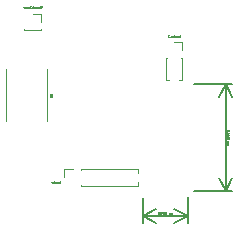
<source format=gbr>
%TF.GenerationSoftware,KiCad,Pcbnew,(6.0.5)*%
%TF.CreationDate,2022-07-19T18:24:44-04:00*%
%TF.ProjectId,torque_motor_design,746f7271-7565-45f6-9d6f-746f725f6465,rev?*%
%TF.SameCoordinates,Original*%
%TF.FileFunction,Legend,Bot*%
%TF.FilePolarity,Positive*%
%FSLAX46Y46*%
G04 Gerber Fmt 4.6, Leading zero omitted, Abs format (unit mm)*
G04 Created by KiCad (PCBNEW (6.0.5)) date 2022-07-19 18:24:44*
%MOMM*%
%LPD*%
G01*
G04 APERTURE LIST*
%ADD10C,0.037500*%
%ADD11C,0.200000*%
%ADD12C,0.120000*%
G04 APERTURE END LIST*
D10*
X203421557Y-65314766D02*
X203421560Y-65343337D01*
X203428704Y-65357622D01*
X203435847Y-65364764D01*
X203457277Y-65379048D01*
X203485849Y-65386189D01*
X203542992Y-65386184D01*
X203557277Y-65379039D01*
X203564419Y-65371896D01*
X203571561Y-65357610D01*
X203571558Y-65329038D01*
X203564414Y-65314753D01*
X203557271Y-65307611D01*
X203542984Y-65300469D01*
X203507270Y-65300472D01*
X203492985Y-65307616D01*
X203485843Y-65314760D01*
X203478701Y-65329046D01*
X203478704Y-65357618D01*
X203485848Y-65371903D01*
X203492991Y-65379045D01*
X203507278Y-65386187D01*
X203435855Y-65450479D02*
X203428712Y-65457622D01*
X203421569Y-65450480D01*
X203428711Y-65443336D01*
X203435855Y-65450479D01*
X203421569Y-65450480D01*
X203421582Y-65600480D02*
X203421575Y-65514766D01*
X203421578Y-65557623D02*
X203571578Y-65557610D01*
X203550149Y-65543326D01*
X203535862Y-65529041D01*
X203528717Y-65514756D01*
X203421595Y-65743337D02*
X203421587Y-65657623D01*
X203421591Y-65700480D02*
X203571591Y-65700467D01*
X203550161Y-65686183D01*
X203535874Y-65671898D01*
X203528730Y-65657613D01*
X203421607Y-65886194D02*
X203421600Y-65800480D01*
X203421603Y-65843337D02*
X203571603Y-65843324D01*
X203550174Y-65829040D01*
X203535887Y-65814756D01*
X203528743Y-65800470D01*
X203571619Y-66014752D02*
X203571616Y-65986181D01*
X203564472Y-65971896D01*
X203557328Y-65964754D01*
X203535899Y-65950470D01*
X203507327Y-65943330D01*
X203450184Y-65943335D01*
X203435899Y-65950479D01*
X203428756Y-65957622D01*
X203421615Y-65971908D01*
X203421617Y-66000480D01*
X203428761Y-66014765D01*
X203435905Y-66021907D01*
X203450191Y-66029049D01*
X203485905Y-66029046D01*
X203500191Y-66021902D01*
X203507333Y-66014758D01*
X203514474Y-66000472D01*
X203514472Y-65971900D01*
X203507328Y-65957615D01*
X203500184Y-65950473D01*
X203485898Y-65943331D01*
X203421635Y-66207623D02*
X203521635Y-66207614D01*
X203507350Y-66207615D02*
X203514493Y-66214757D01*
X203521637Y-66229043D01*
X203521639Y-66250471D01*
X203514498Y-66264757D01*
X203500213Y-66271902D01*
X203421641Y-66271908D01*
X203500213Y-66271902D02*
X203514499Y-66279043D01*
X203521643Y-66293328D01*
X203521645Y-66314757D01*
X203514503Y-66329043D01*
X203500218Y-66336187D01*
X203421647Y-66336194D01*
X203421653Y-66407623D02*
X203521653Y-66407614D01*
X203507367Y-66407615D02*
X203514511Y-66414757D01*
X203521655Y-66429043D01*
X203521657Y-66450471D01*
X203514515Y-66464757D01*
X203500230Y-66471902D01*
X203421659Y-66471908D01*
X203500230Y-66471902D02*
X203514516Y-66479043D01*
X203521661Y-66493328D01*
X203521662Y-66514757D01*
X203514521Y-66529043D01*
X203500236Y-66536187D01*
X203421664Y-66536194D01*
D11*
X200602000Y-70477956D02*
X203888788Y-70477667D01*
X200601200Y-61366356D02*
X203887988Y-61366067D01*
X203302368Y-70477719D02*
X203301568Y-61366119D01*
X203302368Y-70477719D02*
X203301568Y-61366119D01*
X203302368Y-70477719D02*
X203888690Y-69351164D01*
X203302368Y-70477719D02*
X202715848Y-69351267D01*
X203301568Y-61366119D02*
X202715246Y-62492674D01*
X203301568Y-61366119D02*
X203888088Y-62492571D01*
D10*
X197568028Y-72207485D02*
X197660885Y-72207485D01*
X197610885Y-72293200D01*
X197632314Y-72293200D01*
X197646600Y-72303914D01*
X197653742Y-72314628D01*
X197660885Y-72336057D01*
X197660885Y-72389628D01*
X197653742Y-72411057D01*
X197646600Y-72421771D01*
X197632314Y-72432485D01*
X197589457Y-72432485D01*
X197575171Y-72421771D01*
X197568028Y-72411057D01*
X197725171Y-72411057D02*
X197732314Y-72421771D01*
X197725171Y-72432485D01*
X197718028Y-72421771D01*
X197725171Y-72411057D01*
X197725171Y-72432485D01*
X197818028Y-72303914D02*
X197803742Y-72293200D01*
X197796600Y-72282485D01*
X197789457Y-72261057D01*
X197789457Y-72250342D01*
X197796600Y-72228914D01*
X197803742Y-72218200D01*
X197818028Y-72207485D01*
X197846600Y-72207485D01*
X197860885Y-72218200D01*
X197868028Y-72228914D01*
X197875171Y-72250342D01*
X197875171Y-72261057D01*
X197868028Y-72282485D01*
X197860885Y-72293200D01*
X197846600Y-72303914D01*
X197818028Y-72303914D01*
X197803742Y-72314628D01*
X197796600Y-72325342D01*
X197789457Y-72346771D01*
X197789457Y-72389628D01*
X197796600Y-72411057D01*
X197803742Y-72421771D01*
X197818028Y-72432485D01*
X197846600Y-72432485D01*
X197860885Y-72421771D01*
X197868028Y-72411057D01*
X197875171Y-72389628D01*
X197875171Y-72346771D01*
X197868028Y-72325342D01*
X197860885Y-72314628D01*
X197846600Y-72303914D01*
X198018028Y-72432485D02*
X197932314Y-72432485D01*
X197975171Y-72432485D02*
X197975171Y-72207485D01*
X197960885Y-72239628D01*
X197946600Y-72261057D01*
X197932314Y-72271771D01*
X198110885Y-72207485D02*
X198125171Y-72207485D01*
X198139457Y-72218200D01*
X198146600Y-72228914D01*
X198153742Y-72250342D01*
X198160885Y-72293200D01*
X198160885Y-72346771D01*
X198153742Y-72389628D01*
X198146600Y-72411057D01*
X198139457Y-72421771D01*
X198125171Y-72432485D01*
X198110885Y-72432485D01*
X198096600Y-72421771D01*
X198089457Y-72411057D01*
X198082314Y-72389628D01*
X198075171Y-72346771D01*
X198075171Y-72293200D01*
X198082314Y-72250342D01*
X198089457Y-72228914D01*
X198096600Y-72218200D01*
X198110885Y-72207485D01*
X198246600Y-72303914D02*
X198232314Y-72293200D01*
X198225171Y-72282485D01*
X198218028Y-72261057D01*
X198218028Y-72250342D01*
X198225171Y-72228914D01*
X198232314Y-72218200D01*
X198246600Y-72207485D01*
X198275171Y-72207485D01*
X198289457Y-72218200D01*
X198296600Y-72228914D01*
X198303742Y-72250342D01*
X198303742Y-72261057D01*
X198296600Y-72282485D01*
X198289457Y-72293200D01*
X198275171Y-72303914D01*
X198246600Y-72303914D01*
X198232314Y-72314628D01*
X198225171Y-72325342D01*
X198218028Y-72346771D01*
X198218028Y-72389628D01*
X198225171Y-72411057D01*
X198232314Y-72421771D01*
X198246600Y-72432485D01*
X198275171Y-72432485D01*
X198289457Y-72421771D01*
X198296600Y-72411057D01*
X198303742Y-72389628D01*
X198303742Y-72346771D01*
X198296600Y-72325342D01*
X198289457Y-72314628D01*
X198275171Y-72303914D01*
X198482314Y-72432485D02*
X198482314Y-72282485D01*
X198482314Y-72303914D02*
X198489457Y-72293200D01*
X198503742Y-72282485D01*
X198525171Y-72282485D01*
X198539457Y-72293200D01*
X198546600Y-72314628D01*
X198546600Y-72432485D01*
X198546600Y-72314628D02*
X198553742Y-72293200D01*
X198568028Y-72282485D01*
X198589457Y-72282485D01*
X198603742Y-72293200D01*
X198610885Y-72314628D01*
X198610885Y-72432485D01*
X198682314Y-72432485D02*
X198682314Y-72282485D01*
X198682314Y-72303914D02*
X198689457Y-72293200D01*
X198703742Y-72282485D01*
X198725171Y-72282485D01*
X198739457Y-72293200D01*
X198746600Y-72314628D01*
X198746600Y-72432485D01*
X198746600Y-72314628D02*
X198753742Y-72293200D01*
X198768028Y-72282485D01*
X198789457Y-72282485D01*
X198803742Y-72293200D01*
X198810885Y-72314628D01*
X198810885Y-72432485D01*
D11*
X200102000Y-70978000D02*
X200102000Y-73179620D01*
X196291200Y-73179620D02*
X196291200Y-71010400D01*
X200102000Y-72593200D02*
X196291200Y-72593200D01*
X200102000Y-72593200D02*
X196291200Y-72593200D01*
X200102000Y-72593200D02*
X198975496Y-72006779D01*
X200102000Y-72593200D02*
X198975496Y-73179621D01*
X196291200Y-72593200D02*
X197417704Y-73179621D01*
X196291200Y-72593200D02*
X197417704Y-72006779D01*
D10*
%TO.C,header_2*%
X199415428Y-57394657D02*
X199415428Y-57244657D01*
X199351142Y-57394657D02*
X199351142Y-57316085D01*
X199358285Y-57301800D01*
X199372571Y-57294657D01*
X199394000Y-57294657D01*
X199408285Y-57301800D01*
X199415428Y-57308942D01*
X199222571Y-57387514D02*
X199236857Y-57394657D01*
X199265428Y-57394657D01*
X199279714Y-57387514D01*
X199286857Y-57373228D01*
X199286857Y-57316085D01*
X199279714Y-57301800D01*
X199265428Y-57294657D01*
X199236857Y-57294657D01*
X199222571Y-57301800D01*
X199215428Y-57316085D01*
X199215428Y-57330371D01*
X199286857Y-57344657D01*
X199086857Y-57394657D02*
X199086857Y-57316085D01*
X199094000Y-57301800D01*
X199108285Y-57294657D01*
X199136857Y-57294657D01*
X199151142Y-57301800D01*
X199086857Y-57387514D02*
X199101142Y-57394657D01*
X199136857Y-57394657D01*
X199151142Y-57387514D01*
X199158285Y-57373228D01*
X199158285Y-57358942D01*
X199151142Y-57344657D01*
X199136857Y-57337514D01*
X199101142Y-57337514D01*
X199086857Y-57330371D01*
X198951142Y-57394657D02*
X198951142Y-57244657D01*
X198951142Y-57387514D02*
X198965428Y-57394657D01*
X198994000Y-57394657D01*
X199008285Y-57387514D01*
X199015428Y-57380371D01*
X199022571Y-57366085D01*
X199022571Y-57323228D01*
X199015428Y-57308942D01*
X199008285Y-57301800D01*
X198994000Y-57294657D01*
X198965428Y-57294657D01*
X198951142Y-57301800D01*
X198822571Y-57387514D02*
X198836857Y-57394657D01*
X198865428Y-57394657D01*
X198879714Y-57387514D01*
X198886857Y-57373228D01*
X198886857Y-57316085D01*
X198879714Y-57301800D01*
X198865428Y-57294657D01*
X198836857Y-57294657D01*
X198822571Y-57301800D01*
X198815428Y-57316085D01*
X198815428Y-57330371D01*
X198886857Y-57344657D01*
X198751142Y-57394657D02*
X198751142Y-57294657D01*
X198751142Y-57323228D02*
X198744000Y-57308942D01*
X198736857Y-57301800D01*
X198722571Y-57294657D01*
X198708285Y-57294657D01*
X198694000Y-57408942D02*
X198579714Y-57408942D01*
X198551142Y-57258942D02*
X198544000Y-57251800D01*
X198529714Y-57244657D01*
X198494000Y-57244657D01*
X198479714Y-57251800D01*
X198472571Y-57258942D01*
X198465428Y-57273228D01*
X198465428Y-57287514D01*
X198472571Y-57308942D01*
X198558285Y-57394657D01*
X198465428Y-57394657D01*
%TO.C,Current_Sense*%
X187637000Y-54911571D02*
X187644142Y-54918714D01*
X187665571Y-54925857D01*
X187679857Y-54925857D01*
X187701285Y-54918714D01*
X187715571Y-54904428D01*
X187722714Y-54890142D01*
X187729857Y-54861571D01*
X187729857Y-54840142D01*
X187722714Y-54811571D01*
X187715571Y-54797285D01*
X187701285Y-54783000D01*
X187679857Y-54775857D01*
X187665571Y-54775857D01*
X187644142Y-54783000D01*
X187637000Y-54790142D01*
X187508428Y-54825857D02*
X187508428Y-54925857D01*
X187572714Y-54825857D02*
X187572714Y-54904428D01*
X187565571Y-54918714D01*
X187551285Y-54925857D01*
X187529857Y-54925857D01*
X187515571Y-54918714D01*
X187508428Y-54911571D01*
X187437000Y-54925857D02*
X187437000Y-54825857D01*
X187437000Y-54854428D02*
X187429857Y-54840142D01*
X187422714Y-54833000D01*
X187408428Y-54825857D01*
X187394142Y-54825857D01*
X187344142Y-54925857D02*
X187344142Y-54825857D01*
X187344142Y-54854428D02*
X187337000Y-54840142D01*
X187329857Y-54833000D01*
X187315571Y-54825857D01*
X187301285Y-54825857D01*
X187194142Y-54918714D02*
X187208428Y-54925857D01*
X187237000Y-54925857D01*
X187251285Y-54918714D01*
X187258428Y-54904428D01*
X187258428Y-54847285D01*
X187251285Y-54833000D01*
X187237000Y-54825857D01*
X187208428Y-54825857D01*
X187194142Y-54833000D01*
X187187000Y-54847285D01*
X187187000Y-54861571D01*
X187258428Y-54875857D01*
X187122714Y-54825857D02*
X187122714Y-54925857D01*
X187122714Y-54840142D02*
X187115571Y-54833000D01*
X187101285Y-54825857D01*
X187079857Y-54825857D01*
X187065571Y-54833000D01*
X187058428Y-54847285D01*
X187058428Y-54925857D01*
X187008428Y-54825857D02*
X186951285Y-54825857D01*
X186987000Y-54775857D02*
X186987000Y-54904428D01*
X186979857Y-54918714D01*
X186965571Y-54925857D01*
X186951285Y-54925857D01*
X186937000Y-54940142D02*
X186822714Y-54940142D01*
X186794142Y-54918714D02*
X186772714Y-54925857D01*
X186737000Y-54925857D01*
X186722714Y-54918714D01*
X186715571Y-54911571D01*
X186708428Y-54897285D01*
X186708428Y-54883000D01*
X186715571Y-54868714D01*
X186722714Y-54861571D01*
X186737000Y-54854428D01*
X186765571Y-54847285D01*
X186779857Y-54840142D01*
X186787000Y-54833000D01*
X186794142Y-54818714D01*
X186794142Y-54804428D01*
X186787000Y-54790142D01*
X186779857Y-54783000D01*
X186765571Y-54775857D01*
X186729857Y-54775857D01*
X186708428Y-54783000D01*
X186587000Y-54918714D02*
X186601285Y-54925857D01*
X186629857Y-54925857D01*
X186644142Y-54918714D01*
X186651285Y-54904428D01*
X186651285Y-54847285D01*
X186644142Y-54833000D01*
X186629857Y-54825857D01*
X186601285Y-54825857D01*
X186587000Y-54833000D01*
X186579857Y-54847285D01*
X186579857Y-54861571D01*
X186651285Y-54875857D01*
X186515571Y-54825857D02*
X186515571Y-54925857D01*
X186515571Y-54840142D02*
X186508428Y-54833000D01*
X186494142Y-54825857D01*
X186472714Y-54825857D01*
X186458428Y-54833000D01*
X186451285Y-54847285D01*
X186451285Y-54925857D01*
X186387000Y-54918714D02*
X186372714Y-54925857D01*
X186344142Y-54925857D01*
X186329857Y-54918714D01*
X186322714Y-54904428D01*
X186322714Y-54897285D01*
X186329857Y-54883000D01*
X186344142Y-54875857D01*
X186365571Y-54875857D01*
X186379857Y-54868714D01*
X186387000Y-54854428D01*
X186387000Y-54847285D01*
X186379857Y-54833000D01*
X186365571Y-54825857D01*
X186344142Y-54825857D01*
X186329857Y-54833000D01*
X186201285Y-54918714D02*
X186215571Y-54925857D01*
X186244142Y-54925857D01*
X186258428Y-54918714D01*
X186265571Y-54904428D01*
X186265571Y-54847285D01*
X186258428Y-54833000D01*
X186244142Y-54825857D01*
X186215571Y-54825857D01*
X186201285Y-54833000D01*
X186194142Y-54847285D01*
X186194142Y-54861571D01*
X186265571Y-54875857D01*
%TO.C,header*%
X189268057Y-69765457D02*
X189268057Y-69615457D01*
X189203771Y-69765457D02*
X189203771Y-69686885D01*
X189210914Y-69672600D01*
X189225200Y-69665457D01*
X189246628Y-69665457D01*
X189260914Y-69672600D01*
X189268057Y-69679742D01*
X189075200Y-69758314D02*
X189089485Y-69765457D01*
X189118057Y-69765457D01*
X189132342Y-69758314D01*
X189139485Y-69744028D01*
X189139485Y-69686885D01*
X189132342Y-69672600D01*
X189118057Y-69665457D01*
X189089485Y-69665457D01*
X189075200Y-69672600D01*
X189068057Y-69686885D01*
X189068057Y-69701171D01*
X189139485Y-69715457D01*
X188939485Y-69765457D02*
X188939485Y-69686885D01*
X188946628Y-69672600D01*
X188960914Y-69665457D01*
X188989485Y-69665457D01*
X189003771Y-69672600D01*
X188939485Y-69758314D02*
X188953771Y-69765457D01*
X188989485Y-69765457D01*
X189003771Y-69758314D01*
X189010914Y-69744028D01*
X189010914Y-69729742D01*
X189003771Y-69715457D01*
X188989485Y-69708314D01*
X188953771Y-69708314D01*
X188939485Y-69701171D01*
X188803771Y-69765457D02*
X188803771Y-69615457D01*
X188803771Y-69758314D02*
X188818057Y-69765457D01*
X188846628Y-69765457D01*
X188860914Y-69758314D01*
X188868057Y-69751171D01*
X188875200Y-69736885D01*
X188875200Y-69694028D01*
X188868057Y-69679742D01*
X188860914Y-69672600D01*
X188846628Y-69665457D01*
X188818057Y-69665457D01*
X188803771Y-69672600D01*
X188675200Y-69758314D02*
X188689485Y-69765457D01*
X188718057Y-69765457D01*
X188732342Y-69758314D01*
X188739485Y-69744028D01*
X188739485Y-69686885D01*
X188732342Y-69672600D01*
X188718057Y-69665457D01*
X188689485Y-69665457D01*
X188675200Y-69672600D01*
X188668057Y-69686885D01*
X188668057Y-69701171D01*
X188739485Y-69715457D01*
X188603771Y-69765457D02*
X188603771Y-69665457D01*
X188603771Y-69694028D02*
X188596628Y-69679742D01*
X188589485Y-69672600D01*
X188575200Y-69665457D01*
X188560914Y-69665457D01*
%TO.C,R3*%
X188609857Y-62303000D02*
X188538428Y-62253000D01*
X188609857Y-62217285D02*
X188459857Y-62217285D01*
X188459857Y-62274428D01*
X188467000Y-62288714D01*
X188474142Y-62295857D01*
X188488428Y-62303000D01*
X188509857Y-62303000D01*
X188524142Y-62295857D01*
X188531285Y-62288714D01*
X188538428Y-62274428D01*
X188538428Y-62217285D01*
X188459857Y-62353000D02*
X188459857Y-62445857D01*
X188517000Y-62395857D01*
X188517000Y-62417285D01*
X188524142Y-62431571D01*
X188531285Y-62438714D01*
X188545571Y-62445857D01*
X188581285Y-62445857D01*
X188595571Y-62438714D01*
X188602714Y-62431571D01*
X188609857Y-62417285D01*
X188609857Y-62374428D01*
X188602714Y-62360142D01*
X188595571Y-62353000D01*
D12*
%TO.C,header_2*%
X199627800Y-59171800D02*
X199627800Y-61046800D01*
X198237800Y-59171800D02*
X198237800Y-61046800D01*
X198538307Y-61046800D02*
X198237800Y-61046800D01*
X199627800Y-57801800D02*
X198932800Y-57801800D01*
X199627800Y-59171800D02*
X199541076Y-59171800D01*
X199627800Y-61046800D02*
X199327293Y-61046800D01*
X199627800Y-58486800D02*
X199627800Y-57801800D01*
X198324524Y-59171800D02*
X198237800Y-59171800D01*
%TO.C,Current_Sense*%
X187657000Y-56813000D02*
X187570276Y-56813000D01*
X187657000Y-55443000D02*
X186962000Y-55443000D01*
X186267000Y-56813000D02*
X186267000Y-56688000D01*
X187657000Y-56813000D02*
X186267000Y-56813000D01*
X187657000Y-56128000D02*
X187657000Y-55443000D01*
X186353724Y-56813000D02*
X186267000Y-56813000D01*
X187657000Y-56813000D02*
X187657000Y-56688000D01*
%TO.C,header*%
X191032600Y-68596200D02*
X195907600Y-68596200D01*
X191032600Y-68596200D02*
X191032600Y-68682924D01*
X191032600Y-69986200D02*
X195907600Y-69986200D01*
X191032600Y-69899476D02*
X191032600Y-69986200D01*
X190347600Y-68596200D02*
X189662600Y-68596200D01*
X195907600Y-69685693D02*
X195907600Y-69986200D01*
X189662600Y-68596200D02*
X189662600Y-69291200D01*
X195907600Y-68596200D02*
X195907600Y-68896707D01*
%TO.C,R3*%
X188172000Y-64505064D02*
X188172000Y-60150936D01*
X184752000Y-64505064D02*
X184752000Y-60150936D01*
%TD*%
M02*

</source>
